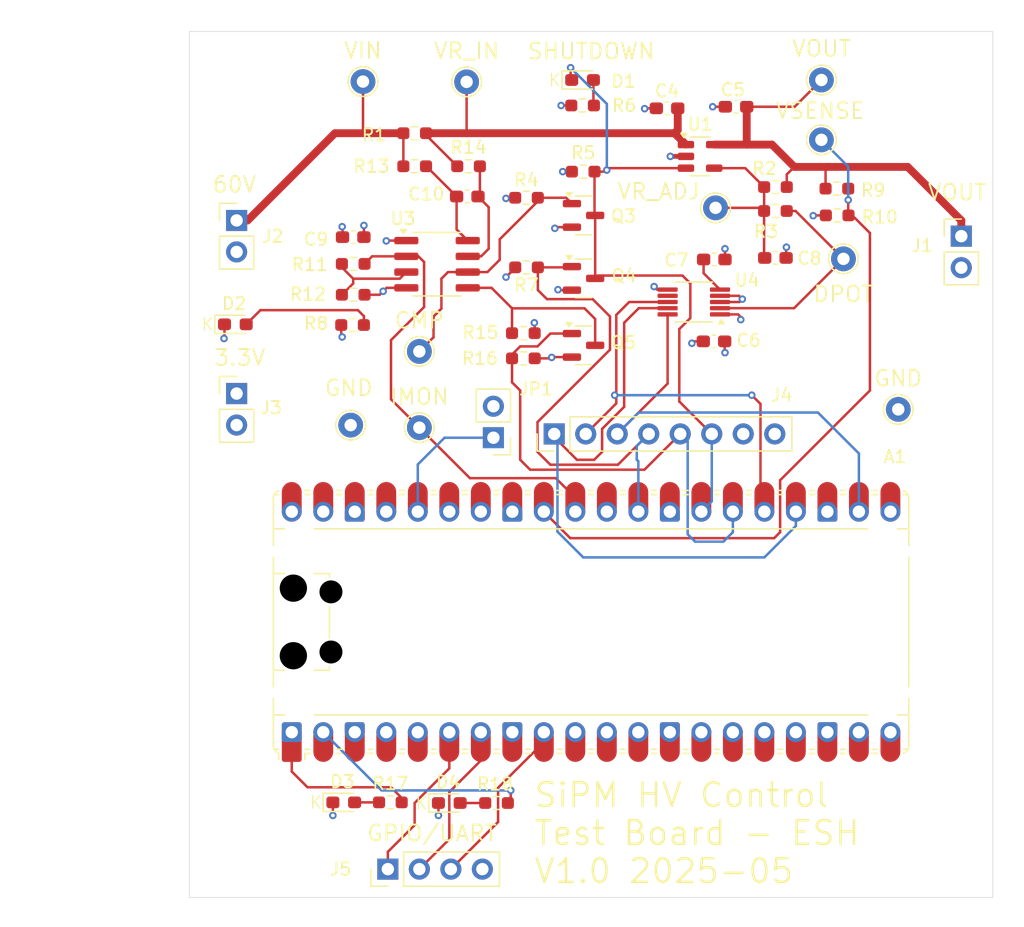
<source format=kicad_pcb>
(kicad_pcb (version 20241229) (generator "pcbnew") (generator_version "9.0")
  (layers (0 "F.Cu" signal) (4 "In1.Cu" signal) (6 "In2.Cu" signal) (2 "B.Cu" signal) (13 "F.Paste" user) (15 "B.Paste" user) (5 "F.SilkS" user "F.Silkscreen") (7 "B.SilkS" user "B.Silkscreen") (1 "F.Mask" user) (3 "B.Mask" user) (25 "Edge.Cuts" user))
  (net 0 "")
  (net 1 "/IMON")
  (net 2 "/SHDN")
  (net 4 "/RESET")
  (net 6 "/SDA")
  (net 8 "/LED2")
  (net 9 "/VSENSE")
  (net 10 "/GP0{slash}TX")
  (net 11 "Net-(U1-VIN)")
  (net 12 "/GP2")
  (net 13 "Net-(U3-V_{IN+})")
  (net 16 "Net-(U3-V_{IN-})")
  (net 19 "/LED1")
  (net 24 "Net-(D2-A)")
  (net 25 "/GP1{slash}RX")
  (net 30 "Net-(Q3-G)")
  (net 35 "GND")
  (net 36 "Net-(J2-Pin_1)")
  (net 37 "Net-(Q5-D)")
  (net 38 "+3.3V")
  (net 39 "Net-(U4-EXT_CAP)")
  (net 40 "Net-(U1-ADJ)")
  (net 41 "Net-(D1-A)")
  (net 42 "Net-(J1-Pin_1)")
  (net 43 "/SCLK")
  (net 44 "/SHUTDOWN")
  (net 45 "/~{SYNC}")
  (net 46 "Net-(U4-A)")
  (net 47 "Net-(U3-CMP_{IN})")
  (net 49 "Net-(D3-A)")
  (net 50 "Net-(D4-A)")
  (net 51 "Net-(A1-3V3)")
  (footprint "Package_TO_SOT_SMD:SOT-23" (layer "F.Cu") (at 114.3277 68.4936)
    (property "Reference" "Q5")
    (property "Value" "BSS138")
  )
  (footprint "my_tp:tp_SMT_label2" (layer "F.Cu") (at 101.092 75.1332)
    (property "Reference" "TP7" (hide yes))
    (property "Value" "IMON")
  )
  (footprint "Capacitor_SMD:C_0603_1608Metric_Pad1.08x0.95mm_HandSolder" (layer "F.Cu") (at 129.7952 61.4426)
    (property "Reference" "C8")
    (property "Value" "N/A")
  )
  (footprint "Resistor_SMD:R_0603_1608Metric_Pad0.98x0.95mm_HandSolder" (layer "F.Cu") (at 105.0586 54.0512 180)
    (property "Reference" "R14")
    (property "Value" "0R")
  )
  (footprint "Resistor_SMD:R_0603_1608Metric_Pad0.98x0.95mm_HandSolder" (layer "F.Cu") (at 134.7512 55.8546)
    (property "Reference" "R9")
    (property "Value" "200k 1%")
  )
  (footprint "Capacitor_SMD:C_0603_1608Metric_Pad1.08x0.95mm_HandSolder" (layer "F.Cu") (at 121.0587 49.3776 180)
    (property "Reference" "C4")
    (property "Value" "1uF")
  )
  (footprint "my_smt_led:my_SMT_0603" (layer "F.Cu") (at 114.2492 47.0916)
    (property "Reference" "D1")
    (property "Value" "LED")
  )
  (footprint "Connector_PinHeader_2.54mm:PinHeader_1x02_P2.54mm_Vertical" (layer "F.Cu") (at 86.36 72.385)
    (property "Reference" "J3")
    (property "Value" "Conn_01x02")
  )
  (footprint "Resistor_SMD:R_0603_1608Metric_Pad0.98x0.95mm_HandSolder" (layer "F.Cu") (at 129.794 57.658)
    (property "Reference" "R3")
    (property "Value" "50.0k 1%")
  )
  (footprint "Connector_PinHeader_2.54mm:PinHeader_1x02_P2.54mm_Vertical" (layer "F.Cu") (at 86.36 58.42)
    (property "Reference" "J2")
    (property "Value" "Conn_01x02")
  )
  (footprint "Capacitor_SMD:C_0603_1608Metric_Pad1.08x0.95mm_HandSolder" (layer "F.Cu") (at 126.6202 49.2506 180)
    (property "Reference" "C5")
    (property "Value" "1.0uF")
  )
  (footprint "Resistor_SMD:R_0603_1608Metric_Pad0.98x0.95mm_HandSolder" (layer "F.Cu") (at 134.7747 58.0136 180)
    (property "Reference" "R10")
    (property "Value" "10.0k 1%")
  )
  (footprint "Resistor_SMD:R_0603_1608Metric_Pad0.98x0.95mm_HandSolder" (layer "F.Cu") (at 109.728 56.5912)
    (property "Reference" "R4")
    (property "Value" "4.7k")
  )
  (footprint "Capacitor_SMD:C_0603_1608Metric_Pad1.08x0.95mm_HandSolder" (layer "F.Cu") (at 104.957 56.4896)
    (property "Reference" "C10")
    (property "Value" "~")
  )
  (footprint "Resistor_SMD:R_0603_1608Metric_Pad0.98x0.95mm_HandSolder" (layer "F.Cu") (at 100.7152 54.0512 180)
    (property "Reference" "R13")
    (property "Value" "0R")
  )
  (footprint "Resistor_SMD:R_0603_1608Metric_Pad0.98x0.95mm_HandSolder" (layer "F.Cu") (at 109.4759 69.5452)
    (property "Reference" "R16")
    (property "Value" "100k")
  )
  (footprint "my_smt_led:my_SMT_0603" (layer "F.Cu") (at 94.996 105.3592)
    (property "Reference" "D3")
    (property "Value" "LED")
  )
  (footprint "my_tp:tp_SMT_label2" (layer "F.Cu") (at 133.5047 47.0916)
    (property "Reference" "TP4" (hide yes))
    (property "Value" "OUTPUT")
  )
  (footprint "my_smt_led:my_SMT_0603" (layer "F.Cu") (at 86.2584 66.802)
    (property "Reference" "D2")
    (property "Value" "LED")
  )
  (footprint "Resistor_SMD:R_0603_1608Metric_Pad0.98x0.95mm_HandSolder" (layer "F.Cu") (at 109.474 67.5132 180)
    (property "Reference" "R15")
    (property "Value" "10k")
  )
  (footprint "Package_SO:SOIC-8_3.9x4.9mm_P1.27mm" (layer "F.Cu") (at 102.5167 61.9506)
    (property "Reference" "U3")
    (property "Value" "INA201")
  )
  (footprint "Resistor_SMD:R_0603_1608Metric_Pad0.98x0.95mm_HandSolder" (layer "F.Cu") (at 109.7322 62.2046 180)
    (property "Reference" "R7")
    (property "Value" "100k")
  )
  (footprint "Connector_PinHeader_2.54mm:PinHeader_1x04_P2.54mm_Vertical" (layer "F.Cu") (at 98.552 110.744 90)
    (property "Reference" "J5")
    (property "Value" "Conn_01x04")
  )
  (footprint "Resistor_SMD:R_0603_1608Metric_Pad0.98x0.95mm_HandSolder" (layer "F.Cu") (at 98.7552 105.3592 180)
    (property "Reference" "R17")
    (property "Value" "1.5k")
  )
  (footprint "Resistor_SMD:R_0603_1608Metric_Pad0.98x0.95mm_HandSolder" (layer "F.Cu") (at 107.315 105.41 180)
    (property "Reference" "R18")
    (property "Value" "1.5k")
  )
  (footprint "MountingHole:MountingHole_4.3mm_M4" (layer "F.Cu") (at 87.63 107.95)
    (property "Reference" "H3" (hide yes))
    (property "Value" "MountingHole")
  )
  (footprint "Package_TO_SOT_SMD:SOT-23-5" (layer "F.Cu") (at 123.7202 53.2536)
    (property "Reference" "U1")
    (property "Value" "LT3014xS5")
  )
  (footprint "my_tp:tp_SMT_label2" (layer "F.Cu") (at 139.7 73.66)
    (property "Reference" "TP10" (hide yes))
    (property "Value" "GND")
  )
  (footprint "Resistor_SMD:R_0603_1608Metric_Pad0.98x0.95mm_HandSolder" (layer "F.Cu") (at 95.7072 66.8528)
    (property "Reference" "R8")
    (property "Value" "1.5k")
  )
  (footprint "Resistor_SMD:R_0603_1608Metric_Pad0.98x0.95mm_HandSolder" (layer "F.Cu") (at 129.7982 55.7276 180)
    (property "Reference" "R2")
    (property "Value" "2.50M 1%")
  )
  (footprint "Connector_PinHeader_2.54mm:PinHeader_1x02_P2.54mm_Vertical" (layer "F.Cu") (at 107.061 75.946 180)
    (property "Reference" "JP1")
    (property "Value" "Jumper_2_Open")
  )
  (footprint "MountingHole:MountingHole_4.3mm_M4" (layer "F.Cu") (at 142.24 48.26)
    (property "Reference" "H2" (hide yes))
    (property "Value" "MountingHole")
  )
  (footprint "Resistor_SMD:R_0603_1608Metric_Pad0.98x0.95mm_HandSolder" (layer "F.Cu") (at 95.7599 64.4144)
    (property "Reference" "R12")
    (property "Value" "140k")
  )
  (footprint "Resistor_SMD:R_0603_1608Metric_Pad0.98x0.95mm_HandSolder" (layer "F.Cu") (at 100.7152 51.3842)
    (property "Reference" "R1")
    (property "Value" "3.00 1%")
  )
  (footprint "MountingHole:MountingHole_4.3mm_M4" (layer "F.Cu") (at 87.63 48.26)
    (property "Reference" "H1" (hide yes))
    (property "Value" "MountingHole")
  )
  (footprint "my_tp:tp_SMT_label2" (layer "F.Cu") (at 95.5548 74.93)
    (property "Reference" "TP9" (hide yes))
    (property "Value" "GND")
  )
  (footprint "Resistor_SMD:R_0603_1608Metric_Pad0.98x0.95mm_HandSolder" (layer "F.Cu") (at 114.2511 49.149)
    (property "Reference" "R6")
    (property "Value" "1.5k")
  )
  (footprint "Resistor_SMD:R_0603_1608Metric_Pad0.98x0.95mm_HandSolder" (layer "F.Cu") (at 95.7599 61.9252 180)
    (property "Reference" "R11")
    (property "Value" "210k")
  )
  (footprint "Capacitor_SMD:C_0603_1608Metric_Pad1.08x0.95mm_HandSolder" (layer "F.Cu") (at 124.8422 68.1736 180)
    (property "Reference" "C6")
    (property "Value" "10nF")
  )
  (footprint "my_smt_led:my_SMT_0603" (layer "F.Cu") (at 103.505 105.41)
    (property "Reference" "D4")
    (property "Value" "LED")
  )
  (footprint "Capacitor_SMD:C_0603_1608Metric_Pad1.08x0.95mm_HandSolder" (layer "F.Cu") (at 124.8687 61.5696)
    (property "Reference" "C7")
    (property "Value" "1uF")
  )
  (footprint "my_tp:tp_SMT_label2" (layer "F.Cu") (at 135.2804 61.5188)
    (property "Reference" "TP1" (hide yes))
    (property "Value" "DPOT")
  )
  (footprint "my_tp:tp_SMT_label2" (layer "F.Cu") (at 104.902 47.244)
    (property "Reference" "TP3" (hide yes))
    (property "Value" "VR_IN")
  )
  (footprint "Capacitor_SMD:C_0603_1608Metric_Pad1.08x0.95mm_HandSolder" (layer "F.Cu") (at 95.7603 59.7662 180)
    (property "Reference" "C9")
    (property "Value" "10nF")
  )
  (footprint "Module:RaspberryPi_Pico_Common_Unspecified" (layer "F.Cu") (at 114.935 90.805 90)
    (property "Reference" "A1")
    (property "Value" "RaspberryPi_Pico")
  )
  (footprint "MountingHole:MountingHole_4.3mm_M4" (layer "F.Cu") (at 142.24 107.95)
    (property "Reference" "H4" (hide yes))
    (property "Value" "MountingHole")
  )
  (footprint "my_tp:tp_SMT_label2" (layer "F.Cu") (at 101.092 68.9864)
    (property "Reference" "TP8" (hide yes))
    (property "Value" "CMP")
  )
  (footprint "Package_SO:MSOP-10_3x3mm_P0.5mm" (layer "F.Cu") (at 123.2177 64.9986 180)
    (property "Reference" "U4")
    (property "Value" "AD5270")
  )
  (footprint "my_tp:tp_SMT_label2" (layer "F.Cu") (at 96.5477 47.2186)
    (property "Reference" "TP5" (hide yes))
    (property "Value" "VIN60")
  )
  (footprint "Connector_PinHeader_2.54mm:PinHeader_1x08_P2.54mm_Vertical" (layer "F.Cu") (at 111.9632 75.6412 90)
    (property "Reference" "J4")
    (property "Value" "Conn_01x08")
  )
  (footprint "my_tp:tp_SMT_label2" (layer "F.Cu") (at 124.968 57.404)
    (property "Reference" "TP2" (hide yes))
    (property "Value" "VR_ADJ")
  )
  (footprint "Package_TO_SOT_SMD:SOT-23" (layer "F.Cu") (at 114.3277 58.0136)
    (property "Reference" "Q3")
    (property "Value" "BSS138")
  )
  (footprint "Connector_PinHeader_2.54mm:PinHeader_1x02_P2.54mm_Vertical" (layer "F.Cu") (at 144.78 59.69)
    (property "Reference" "J1")
    (property "Value" "Conn_01x02")
  )
  (footprint "Package_TO_SOT_SMD:SOT-23" (layer "F.Cu") (at 114.3277 63.0936)
    (property "Reference" "Q4")
    (property "Value" "BSS138")
  )
  (footprint "Resistor_SMD:R_0603_1608Metric_Pad0.98x0.95mm_HandSolder" (layer "F.Cu") (at 114.3 54.483)
    (property "Reference" "R5")
    (property "Value" "10k")
  )
  (footprint "my_tp:tp_SMT_label2" (layer "F.Cu") (at 133.5024 51.9176)
    (property "Reference" "TP6" (hide yes))
    (property "Value" "VSENSE")
  )
  (gr_line (start 82.55 43.18) (end 147.32 43.18) (stroke (width 0.05)) (layer "Edge.Cuts"))
  (gr_line (start 82.55 113.03) (end 82.55 43.18) (stroke (width 0.05)) (layer "Edge.Cuts"))
  (gr_line (start 147.32 113.03) (end 82.55 113.03) (stroke (width 0.05)) (layer "Edge.Cuts"))
  (gr_line (start 147.32 43.18) (end 147.32 113.03) (stroke (width 0.05)) (layer "Edge.Cuts"))
  (gr_text "GPIO/UART" (at 96.774 108.585 0) (layer "F.SilkS") (effects (font (size 1.27 1.27) (thickness 0.1524)) (justify left bottom)))
  (gr_text "SiPM HV Control\nTest Board - ESH\nV1.0 2025-05" (at 110.236 112.014 0) (layer "F.SilkS") (effects (font (size 1.905 1.905) (thickness 0.2032)) (justify left bottom)))
  (gr_text "3.3V" (at 84.455 70.231 0) (layer "F.SilkS") (effects (font (size 1.27 1.27) (thickness 0.1524)) (justify left bottom)))
  (gr_text "SHUTDOWN" (at 109.728 45.5168 0) (layer "F.SilkS") (effects (font (size 1.27 1.27) (thickness 0.1524)) (justify left bottom)))
  (gr_text "VOUT" (at 141.986 56.896 0) (layer "F.SilkS") (effects (font (size 1.27 1.27) (thickness 0.1524)) (justify left bottom)))
  (gr_text "60V" (at 84.328 56.266 0) (layer "F.SilkS") (effects (font (size 1.27 1.27) (thickness 0.1524)) (justify left bottom)))
  (segment (start 105.1678 79.209) (end 112.09037 79.209) (width 0.2) (layer "F.Cu") (net 1))
  (segment (start 101.473 61.771901) (end 101.473 65.405) (width 0.2) (layer "F.Cu") (net 1))
  (segment (start 100.0417 61.3156) (end 97.282 61.3156) (width 0.2) (layer "F.Cu") (net 1))
  (segment (start 101.092 75.1332) (end 105.1678 79.209) (width 0.2) (layer "F.Cu") (net 1))
  (segment (start 101.016699 61.3156) (end 101.473 61.771901) (width 0.2) (layer "F.Cu") (net 1))
  (segment (start 113.665 80.78363) (end 113.665 81.915) (width 0.2) (layer "F.Cu") (net 1))
  (segment (start 101.473 65.405) (end 98.806 68.072) (width 0.2) (layer "F.Cu") (net 1))
  (segment (start 100.0417 61.3156) (end 101.016699 61.3156) (width 0.2) (layer "F.Cu") (net 1))
  (segment (start 112.09037 79.209) (end 113.665 80.78363) (width 0.2) (layer "F.Cu") (net 1))
  (segment (start 98.806 72.8472) (end 101.092 75.1332) (width 0.2) (layer "F.Cu") (net 1))
  (segment (start 97.282 61.3156) (end 96.6724 61.9252) (width 0.2) (layer "F.Cu") (net 1))
  (segment (start 98.806 68.072) (end 98.806 72.8472) (width 0.2) (layer "F.Cu") (net 1))
  (segment (start 115.4938 62.865) (end 115.2652 63.0936) (width 0.2) (layer "F.Cu") (net 2))
  (segment (start 113.284 47.0014) (end 113.3742 47.0916) (width 0.2) (layer "F.Cu") (net 2))
  (segment (start 124.6632 75.6412) (end 122.047 73.025) (width 0.2) (layer "F.Cu") (net 2))
  (segment (start 122.936 66.294) (end 122.936 63.5) (width 0.2) (layer "F.Cu") (net 2))
  (segment (start 122.936 63.5) (end 122.301 62.865) (width 0.2) (layer "F.Cu") (net 2))
  (segment (start 122.301 62.865) (end 115.4938 62.865) (width 0.2) (layer "F.Cu") (net 2))
  (segment (start 115.2125 54.483) (end 116.078 54.483) (width 0.2) (layer "F.Cu") (net 2))
  (segment (start 116.078 54.483) (end 116.205 54.356) (width 0.2) (layer "F.Cu") (net 2))
  (segment (start 122.047 73.025) (end 122.047 67.183) (width 0.2) (layer "F.Cu") (net 2))
  (segment (start 115.2125 57.9609) (end 115.2652 58.0136) (width 0.2) (layer "F.Cu") (net 2))
  (segment (start 122.5827 54.2036) (end 116.3574 54.2036) (width 0.2) (layer "F.Cu") (net 2))
  (segment (start 116.3574 54.2036) (end 116.205 54.356) (width 0.2) (layer "F.Cu") (net 2))
  (segment (start 115.2652 58.0136) (end 115.2652 63.0936) (width 0.2) (layer "F.Cu") (net 2))
  (segment (start 115.2125 54.483) (end 115.2125 57.9609) (width 0.2) (layer "F.Cu") (net 2))
  (segment (start 113.284 46.101) (end 113.284 47.0014) (width 0.2) (layer "F.Cu") (net 2))
  (segment (start 122.047 67.183) (end 122.936 66.294) (width 0.2) (layer "F.Cu") (net 2))
  (via (at 113.284 46.101) (size 0.6) (drill 0.3) (layers "F.Cu" "B.Cu") (net 2))
  (via (at 116.205 54.356) (size 0.6) (drill 0.3) (layers "F.Cu" "B.Cu") (net 2))
  (segment (start 116.205 49.022) (end 113.284 46.101) (width 0.2) (layer "B.Cu") (net 2))
  (segment (start 124.6632 75.6412) (end 124.6632 81.0768) (width 0.2) (layer "B.Cu") (net 2))
  (segment (start 124.6632 81.0768) (end 123.825 81.915) (width 0.2) (layer "B.Cu") (net 2))
  (segment (start 116.205 54.356) (end 116.205 49.022) (width 0.2) (layer "B.Cu") (net 2))
  (segment (start 109.22 77.724) (end 109.22 72.136) (width 0.2) (layer "F.Cu") (net 4))
  (segment (start 108.5634 69.5452) (end 108.5634 69.2366) (width 0.2) (layer "F.Cu") (net 4))
  (segment (start 108.5634 69.2366) (end 109.22 68.58) (width 0.2) (layer "F.Cu") (net 4))
  (segment (start 119.2384 78.526) (end 110.022 78.526) (width 0.2) (layer "F.Cu") (net 4))
  (segment (start 109.22 72.136) (end 108.5634 71.4794) (width 0.2) (layer "F.Cu") (net 4))
  (segment (start 111.6534 67.5436) (end 113.3902 67.5436) (width 0.2) (layer "F.Cu") (net 4))
  (segment (start 110.617 68.58) (end 111.6534 67.5436) (width 0.2) (layer "F.Cu") (net 4))
  (segment (start 122.1232 75.6412) (end 119.2384 78.526) (width 0.2) (layer "F.Cu") (net 4))
  (segment (start 108.5634 71.4794) (end 108.5634 69.5452) (width 0.2) (layer "F.Cu") (net 4))
  (segment (start 109.22 68.58) (end 110.617 68.58) (width 0.2) (layer "F.Cu") (net 4))
  (segment (start 110.022 78.526) (end 109.22 77.724) (width 0.2) (layer "F.Cu") (net 4))
  (segment (start 126.365 83.566) (end 126.365 81.915) (width 0.2) (layer "B.Cu") (net 4))
  (segment (start 125.603 84.328) (end 126.365 83.566) (width 0.2) (layer "B.Cu") (net 4))
  (segment (start 122.724 76.242) (end 122.724 83.735) (width 0.2) (layer "B.Cu") (net 4))
  (segment (start 122.724 83.735) (end 123.317 84.328) (width 0.2) (layer "B.Cu") (net 4))
  (segment (start 122.1232 75.6412) (end 122.724 76.242) (width 0.2) (layer "B.Cu") (net 4))
  (segment (start 123.317 84.328) (end 125.603 84.328) (width 0.2) (layer "B.Cu") (net 4))
  (segment (start 116.967 66.04) (end 116.967 73.1774) (width 0.2) (layer "F.Cu") (net 6))
  (segment (start 118.0084 64.9986) (end 116.967 66.04) (width 0.2) (layer "F.Cu") (net 6))
  (segment (start 128.5922 81.6022) (end 128.5922 73.2202) (width 0.2) (layer "F.Cu") (net 6))
  (segment (start 121.1052 64.9986) (end 118.0084 64.9986) (width 0.2) (layer "F.Cu") (net 6))
  (segment (start 128.905 81.915) (end 128.5922 81.6022) (width 0.2) (layer "F.Cu") (net 6))
  (segment (start 128.5922 73.2202) (end 127.889 72.517) (width 0.2) (layer "F.Cu") (net 6))
  (segment (start 116.967 73.1774) (end 114.5032 75.6412) (width 0.2) (layer "F.Cu") (net 6))
  (via (at 116.84 72.517) (size 0.6) (drill 0.3) (layers "F.Cu" "B.Cu") (net 6))
  (via (at 127.889 72.517) (size 0.6) (drill 0.3) (layers "F.Cu" "B.Cu") (net 6))
  (segment (start 127.889 72.517) (end 116.84 72.517) (width 0.2) (layer "B.Cu") (net 6))
  (segment (start 108.458 105.1795) (end 108.2275 105.41) (width 0.2) (layer "F.Cu") (net 8))
  (segment (start 108.458 104.394) (end 108.458 105.1795) (width 0.2) (layer "F.Cu") (net 8))
  (via (at 108.458 104.394) (size 0.6) (drill 0.3) (layers "F.Cu" "B.Cu") (net 8))
  (segment (start 93.345 99.695) (end 98.044 104.394) (width 0.2) (layer "B.Cu") (net 8))
  (segment (start 98.044 104.394) (end 108.458 104.394) (width 0.2) (layer "B.Cu") (net 8))
  (segment (start 130.175 83.566) (end 130.175 79.375) (width 0.2) (layer "F.Cu") (net 9))
  (segment (start 135.6637 57.9901) (end 135.6872 58.0136) (width 0.2) (layer "F.Cu") (net 9))
  (segment (start 130.175 79.375) (end 137.414 72.136) (width 0.2) (layer "F.Cu") (net 9))
  (segment (start 135.6637 56.769) (end 135.6637 57.9901) (width 0.2) (layer "F.Cu") (net 9))
  (segment (start 137.414 72.136) (end 137.414 59.436) (width 0.2) (layer "F.Cu") (net 9))
  (segment (start 135.9916 58.0136) (end 135.6872 58.0136) (width 0.2) (layer "F.Cu") (net 9))
  (segment (start 113.258109 84.048109) (end 129.692891 84.048109) (width 0.2) (layer "F.Cu") (net 9))
  (segment (start 135.6637 55.8546) (end 135.6637 56.769) (width 0.2) (layer "F.Cu") (net 9))
  (segment (start 137.414 59.436) (end 135.9916 58.0136) (width 0.2) (layer "F.Cu") (net 9))
  (segment (start 129.692891 84.048109) (end 130.175 83.566) (width 0.2) (layer "F.Cu") (net 9))
  (segment (start 111.125 81.915) (end 113.258109 84.048109) (width 0.2) (layer "F.Cu") (net 9))
  (via (at 135.6637 56.769) (size 0.6) (drill 0.3) (layers "F.Cu" "B.Cu") (net 9))
  (segment (start 135.6637 56.769) (end 135.6637 54.0789) (width 0.2) (layer "B.Cu") (net 9))
  (segment (start 135.6637 54.0789) (end 133.5024 51.9176) (width 0.2) (layer "B.Cu") (net 9))
  (segment (start 103.505 102.616) (end 100.711 105.41) (width 0.2) (layer "F.Cu") (net 10))
  (segment (start 100.711 107.188) (end 98.552 109.347) (width 0.2) (layer "F.Cu") (net 10))
  (segment (start 103.505 99.695) (end 103.505 102.616) (width 0.2) (layer "F.Cu") (net 10))
  (segment (start 98.552 109.347) (end 98.552 110.744) (width 0.2) (layer "F.Cu") (net 10))
  (segment (start 100.711 105.41) (end 100.711 107.188) (width 0.2) (layer "F.Cu") (net 10))
  (segment (start 121.9212 49.3776) (end 121.9212 51.1263) (width 0.635) (layer "F.Cu") (net 11))
  (segment (start 121.9212 51.1263) (end 121.6633 51.3842) (width 0.635) (layer "F.Cu") (net 11))
  (segment (start 104.902 51.3842) (end 121.6633 51.3842) (width 0.635) (layer "F.Cu") (net 11))
  (segment (start 121.6633 51.3842) (end 122.5827 52.3036) (width 0.635) (layer "F.Cu") (net 11))
  (segment (start 104.1461 54.0512) (end 101.6277 51.5328) (width 0.2) (layer "F.Cu") (net 11))
  (segment (start 101.6277 51.3842) (end 104.902 51.3842) (width 0.635) (layer "F.Cu") (net 11))
  (segment (start 104.902 47.244) (end 104.902 51.3842) (width 0.2) (layer "F.Cu") (net 11))
  (segment (start 101.6277 51.5328) (end 101.6277 51.3842) (width 0.2) (layer "F.Cu") (net 11))
  (segment (start 107.439 104.181) (end 107.439 106.937) (width 0.2) (layer "F.Cu") (net 12))
  (segment (start 111.125 100.495) (end 107.439 104.181) (width 0.2) (layer "F.Cu") (net 12))
  (segment (start 107.439 106.937) (end 103.632 110.744) (width 0.2) (layer "F.Cu") (net 12))
  (segment (start 101.6277 54.0512) (end 101.6561 54.0512) (width 0.2) (layer "F.Cu") (net 13))
  (segment (start 101.6561 54.0512) (end 104.0945 56.4896) (width 0.2) (layer "F.Cu") (net 13))
  (segment (start 104.9917 60.0456) (end 104.0945 59.1484) (width 0.2) (layer "F.Cu") (net 13))
  (segment (start 104.0945 59.1484) (end 104.0945 56.4896) (width 0.2) (layer "F.Cu") (net 13))
  (segment (start 105.9711 56.338) (end 105.8195 56.4896) (width 0.2) (layer "F.Cu") (net 16))
  (segment (start 106.68 60.706) (end 106.68 57.3501) (width 0.2) (layer "F.Cu") (net 16))
  (segment (start 105.9711 54.0512) (end 105.9711 56.338) (width 0.2) (layer "F.Cu") (net 16))
  (segment (start 106.0704 61.3156) (end 106.68 60.706) (width 0.2) (layer "F.Cu") (net 16))
  (segment (start 106.68 57.3501) (end 105.8195 56.4896) (width 0.2) (layer "F.Cu") (net 16))
  (segment (start 104.9917 61.3156) (end 106.0704 61.3156) (width 0.2) (layer "F.Cu") (net 16))
  (segment (start 99.6677 105.0017) (end 99.6677 105.3592) (width 0.2) (layer "F.Cu") (net 19))
  (segment (start 92.075 104.14) (end 98.806 104.14) (width 0.2) (layer "F.Cu") (net 19))
  (segment (start 90.805 102.87) (end 92.075 104.14) (width 0.2) (layer "F.Cu") (net 19))
  (segment (start 90.805 100.495) (end 90.805 102.87) (width 0.2) (layer "F.Cu") (net 19))
  (segment (start 98.806 104.14) (end 99.6677 105.0017) (width 0.2) (layer "F.Cu") (net 19))
  (segment (start 87.1334 66.802) (end 88.2764 65.659) (width 0.2) (layer "F.Cu") (net 24))
  (segment (start 96.139 65.659) (end 96.6197 66.1397) (width 0.2) (layer "F.Cu") (net 24))
  (segment (start 88.2764 65.659) (end 96.139 65.659) (width 0.2) (layer "F.Cu") (net 24))
  (segment (start 96.6197 66.1397) (end 96.6197 66.8528) (width 0.2) (layer "F.Cu") (net 24))
  (segment (start 106.045 99.695) (end 106.045 101.987) (width 0.2) (layer "F.Cu") (net 25))
  (segment (start 103.505 108.331) (end 101.092 110.744) (width 0.2) (layer "F.Cu") (net 25))
  (segment (start 103.505 104.527) (end 103.505 108.331) (width 0.2) (layer "F.Cu") (net 25))
  (segment (start 106.045 101.987) (end 103.505 104.527) (width 0.2) (layer "F.Cu") (net 25))
  (segment (start 106.5784 62.5856) (end 107.569 61.595) (width 0.2) (layer "F.Cu") (net 30))
  (segment (start 107.569 61.595) (end 107.569 59.944) (width 0.2) (layer "F.Cu") (net 30))
  (segment (start 102.235 66.167) (end 102.235 67.8434) (width 0.2) (layer "F.Cu") (net 30))
  (segment (start 107.569 59.944) (end 110.6405 56.8725) (width 0.2) (layer "F.Cu") (net 30))
  (segment (start 112.9178 56.5912) (end 113.3902 57.0636) (width 0.2) (layer "F.Cu") (net 30))
  (segment (start 102.87 63.119) (end 102.87 65.532) (width 0.2) (layer "F.Cu") (net 30))
  (segment (start 102.235 67.8434) (end 101.092 68.9864) (width 0.2) (layer "F.Cu") (net 30))
  (segment (start 104.9917 62.5856) (end 106.5784 62.5856) (width 0.2) (layer "F.Cu") (net 30))
  (segment (start 104.9917 62.5856) (end 103.4034 62.5856) (width 0.2) (layer "F.Cu") (net 30))
  (segment (start 110.6405 56.5912) (end 112.9178 56.5912) (width 0.2) (layer "F.Cu") (net 30))
  (segment (start 103.4034 62.5856) (end 102.87 63.119) (width 0.2) (layer "F.Cu") (net 30))
  (segment (start 110.6405 56.8725) (end 110.6405 56.5912) (width 0.2) (layer "F.Cu") (net 30))
  (segment (start 102.87 65.532) (end 102.235 66.167) (width 0.2) (layer "F.Cu") (net 30))
  (segment (start 108.8197 62.2493) (end 108.077 62.992) (width 0.2) (layer "F.Cu") (net 35))
  (segment (start 125.3302 64.4986) (end 126.8556 64.4986) (width 0.2) (layer "F.Cu") (net 35))
  (segment (start 120.1962 49.3776) (end 119.2784 49.3776) (width 0.2) (layer "F.Cu") (net 35))
  (segment (start 132.8674 58.0136) (end 132.842 58.039) (width 0.2) (layer "F.Cu") (net 35))
  (segment (start 94.8978 58.9568) (end 94.869 58.928) (width 0.2) (layer "F.Cu") (net 35))
  (segment (start 113.3902 69.4436) (end 111.7854 69.4436) (width 0.2) (layer "F.Cu") (net 35))
  (segment (start 85.3834 66.802) (end 85.3834 67.9056) (width 0.2) (layer "F.Cu") (net 35))
  (segment (start 113.3902 64.0436) (end 112.3036 64.0436) (width 0.2) (layer "F.Cu") (net 35))
  (segment (start 130.6577 60.6043) (end 130.683 60.579) (width 0.2) (layer "F.Cu") (net 35))
  (segment (start 94.107 106.426) (end 94.121 106.412) (width 0.2) (layer "F.Cu") (net 35))
  (segment (start 98.4504 63.8556) (end 98.171 64.135) (width 0.2) (layer "F.Cu") (net 35))
  (segment (start 121.285 53.213) (end 121.3256 53.2536) (width 0.381) (layer "F.Cu") (net 35))
  (segment (start 120.2596 63.9986) (end 120.015 63.754) (width 0.2) (layer "F.Cu") (net 35))
  (segment (start 97.8916 64.4144) (end 98.171 64.135) (width 0.2) (layer "F.Cu") (net 35))
  (segment (start 102.63 105.41) (end 102.63 106.412) (width 0.2) (layer "F.Cu") (net 35))
  (segment (start 100.0417 63.8556) (end 98.4504 63.8556) (width 0.2) (layer "F.Cu") (net 35))
  (segment (start 124.714 49.276) (end 124.7394 49.2506) (width 0.2) (layer "F.Cu") (net 35))
  (segment (start 112.1054 58.9636) (end 112.014 59.055) (width 0.2) (layer "F.Cu") (net 35))
  (segment (start 113.3902 58.9636) (end 112.1054 58.9636) (width 0.2) (layer "F.Cu") (net 35))
  (segment (start 125.7312 61.5696) (end 125.7312 60.7072) (width 0.2) (layer "F.Cu") (net 35))
  (segment (start 96.6724 64.4144) (end 97.8916 64.4144) (width 0.2) (layer "F.Cu") (net 35))
  (segment (start 123.2154 68.1736) (end 123.063 68.326) (width 0.2) (layer "F.Cu") (net 35))
  (segment (start 126.8556 64.4986) (end 127.127 64.77) (width 0.2) (layer "F.Cu") (net 35))
  (segment (start 85.3834 67.9056) (end 85.344 67.945) (width 0.2) (layer "F.Cu") (net 35))
  (segment (start 125.7577 49.2506) (end 124.7394 49.2506) (width 0.2) (layer "F.Cu") (net 35))
  (segment (start 111.7854 69.4436) (end 111.76 69.469) (width 0.2) (layer "F.Cu") (net 35))
  (segment (start 123.9797 68.1736) (end 123.2154 68.1736) (width 0.2) (layer "F.Cu") (net 35))
  (segment (start 102.616 106.426) (end 102.63 106.412) (width 0.2) (layer "F.Cu") (net 35))
  (segment (start 112.3036 64.0436) (end 112.268 64.008) (width 0.2) (layer "F.Cu") (net 35))
  (segment (start 125.7312 60.7072) (end 125.73 60.706) (width 0.2) (layer "F.Cu") (net 35))
  (segment (start 119.2784 49.3776) (end 119.253 49.403) (width 0.2) (layer "F.Cu") (net 35))
  (segment (start 110.3884 69.5452) (end 111.6838 69.5452) (width 0.2) (layer "F.Cu") (net 35))
  (segment (start 122.5827 53.2536) (end 121.3256 53.2536) (width 0.381) (layer "F.Cu") (net 35))
  (segment (start 111.6838 69.5452) (end 111.76 69.469) (width 0.2) (layer "F.Cu") (net 35))
  (segment (start 94.8978 59.7662) (end 94.8978 58.9568) (width 0.2) (layer "F.Cu") (net 35))
  (segment (start 108.8197 62.2046) (end 108.8197 62.2493) (width 0.2) (layer "F.Cu") (net 35))
  (segment (start 94.121 105.3592) (end 94.121 106.412) (width 0.2) (layer "F.Cu") (net 35))
  (segment (start 133.8622 58.0136) (end 132.8674 58.0136) (width 0.2) (layer "F.Cu") (net 35))
  (segment (start 121.1052 63.9986) (end 120.2596 63.9986) (width 0.2) (layer "F.Cu") (net 35))
  (segment (start 126.8984 64.9986) (end 127.127 64.77) (width 0.2) (layer "F.Cu") (net 35))
  (segment (start 130.6577 61.4426) (end 130.6577 60.6043) (width 0.2) (layer "F.Cu") (net 35))
  (segment (start 125.3302 64.9986) (end 126.8984 64.9986) (width 0.2) (layer "F.Cu") (net 35))
  (via (at 132.842 58.039) (size 0.6) (drill 0.3) (layers "F.Cu" "B.Cu") (net 35))
  (via (at 112.014 59.055) (size 0.6) (drill 0.3) (layers "F.Cu" "B.Cu") (net 35))
  (via (at 121.3256 53.2536) (size 0.6) (drill 0.3) (layers "F.Cu" "B.Cu") (net 35))
  (via (at 112.268 64.008) (size 0.6) (drill 0.3) (layers "F.Cu" "B.Cu") (net 35))
  (via (at 94.121 106.412) (size 0.6) (drill 0.3) (layers "F.Cu" "B.Cu") (net 35))
  (via (at 119.253 49.403) (size 0.6) (drill 0.3) (layers "F.Cu" "B.Cu") (net 35))
  (via (at 120.015 63.754) (size 0.6) (drill 0.3) (layers "F.Cu" "B.Cu") (net 35))
  (via (at 124.7394 49.2506) (size 0.6) (drill 0.3) (layers "F.Cu" "B.Cu") (net 35))
  (via (at 130.683 60.579) (size 0.6) (drill 0.3) (layers "F.Cu" "B.Cu") (net 35))
  (via (at 111.76 69.469) (size 0.6) (drill 0.3) (layers "F.Cu" "B.Cu") (net 35))
  (via (at 125.73 60.706) (size 0.6) (drill 0.3) (layers "F.Cu" "B.Cu") (net 35))
  (via (at 123.063 68.326) (size 0.6) (drill 0.3) (layers "F.Cu" "B.Cu") (net 35))
  (via (at 85.344 67.945) (size 0.6) (drill 0.3) (layers "F.Cu" "B.Cu") (net 35))
  (via (at 98.171 64.135) (size 0.6) (drill 0.3) (layers "F.Cu" "B.Cu") (net 35))
  (via (at 102.63 106.412) (size 0.6) (drill 0.3) (layers "F.Cu" "B.Cu") (net 35))
  (via (at 127.127 64.77) (size 0.6) (drill 0.3) (layers "F.Cu" "B.Cu") (net 35))
  (via (at 94.869 58.928) (size 0.6) (drill 0.3) (layers "F.Cu" "B.Cu") (net 35))
  (via (at 108.077 62.992) (size 0.6) (drill 0.3) (layers "F.Cu" "B.Cu") (net 35))
  (segment (start 99.8027 54.0512) (end 99.8027 51.3842) (width 0.2) (layer "F.Cu") (net 36))
  (segment (start 86.36 58.42) (end 87.249 58.42) (width 0.635) (layer "F.Cu") (net 36))
  (segment (start 96.5477 47.2186) (end 96.5477 51.2849) (width 0.2) (layer "F.Cu") (net 36))
  (segment (start 96.647 51.3842) (end 99.8027 51.3842) (width 0.635) (layer "F.Cu") (net 36))
  (segment (start 94.2848 51.3842) (end 96.647 51.3842) (width 0.635) (layer "F.Cu") (net 36))
  (segment (start 87.249 58.42) (end 94.2848 51.3842) (width 0.635) (layer "F.Cu") (net 36))
  (segment (start 96.5477 51.2849) (end 96.647 51.3842) (width 0.2) (layer "F.Cu") (net 36))
  (segment (start 104.9917 63.8556) (end 106.9086 63.8556) (width 0.2) (layer "F.Cu") (net 37))
  (segment (start 115.2652 68.4936) (end 115.2652 66.3702) (width 0.2) (layer "F.Cu") (net 37))
  (segment (start 106.9086 63.8556) (end 108.5615 65.5085) (width 0.2) (layer "F.Cu") (net 37))
  (segment (start 108.5615 65.5085) (end 108.5615 67.5132) (width 0.2) (layer "F.Cu") (net 37))
  (segment (start 114.4035 65.5085) (end 108.5615 65.5085) (width 0.2) (layer "F.Cu") (net 37))
  (segment (start 115.2652 66.3702) (end 114.4035 65.5085) (width 0.2) (layer "F.Cu") (net 37))
  (segment (start 113.3386 49.149) (end 112.522 49.149) (width 0.2) (layer "F.Cu") (net 38))
  (segment (start 127 66.421) (end 127 66.2112) (width 0.2) (layer "F.Cu") (net 38))
  (segment (start 110.3865 66.6985) (end 110.363 66.675) (width 0.2) (layer "F.Cu") (net 38))
  (segment (start 94.7947 67.7437) (end 94.869 67.818) (width 0.2) (layer "F.Cu") (net 38))
  (segment (start 126.7874 65.9986) (end 125.3302 65.9986) (width 0.2) (layer "F.Cu") (net 38))
  (segment (start 98.4504 60.0456) (end 98.425 60.071) (width 0.2) (layer "F.Cu") (net 38))
  (segment (start 96.647 58.801) (end 96.6228 58.8252) (width 0.2) (layer "F.Cu") (net 38))
  (segment (start 110.3865 67.5132) (end 110.3865 66.6985) (width 0.2) (layer "F.Cu") (net 38))
  (segment (start 108.1278 56.5912) (end 108.077 56.642) (width 0.2) (layer "F.Cu") (net 38))
  (segment (start 125.7047 68.1736) (end 125.7047 69.0627) (width 0.2) (layer "F.Cu") (net 38))
  (segment (start 100.0417 60.0456) (end 98.4504 60.0456) (width 0.2) (layer "F.Cu") (net 38))
  (segment (start 125.7047 69.0627) (end 125.73 69.088) (width 0.2) (layer "F.Cu") (net 38))
  (segment (start 94.7947 66.8528) (end 94.7947 67.7437) (width 0.2) (layer "F.Cu") (net 38))
  (segment (start 113.3875 54.483) (end 112.649 54.483) (width 0.2) (layer "F.Cu") (net 38))
  (segment (start 108.8155 56.5912) (end 108.1278 56.5912) (width 0.2) (layer "F.Cu") (net 38))
  (segment (start 127 66.2112) (end 126.7874 65.9986) (width 0.2) (layer "F.Cu") (net 38))
  (segment (start 96.6228 59.7662) (end 96.6228 58.8252) (width 0.2) (layer "F.Cu") (net 38))
  (via (at 94.869 67.818) (size 0.6) (drill 0.3) (layers "F.Cu" "B.Cu") (net 38))
  (via (at 96.6228 58.8252) (size 0.6) (drill 0.3) (layers "F.Cu" "B.Cu") (net 38))
  (via (at 98.425 60.071) (size 0.6) (drill 0.3) (layers "F.Cu" "B.Cu") (net 38))
  (via (at 125.73 69.088) (size 0.6) (drill 0.3) (layers "F.Cu" "B.Cu") (net 38))
  (via (at 127 66.421) (size 0.6) (drill 0.3) (layers "F.Cu" "B.Cu") (net 38))
  (via (at 108.077 56.642) (size 0.6) (drill 0.3) (layers "F.Cu" "B.Cu") (net 38))
  (via (at 110.363 66.675) (size 0.6) (drill 0.3) (layers "F.Cu" "B.Cu") (net 38))
  (via (at 112.649 54.483) (size 0.6) (drill 0.3) (layers "F.Cu" "B.Cu") (net 38))
  (via (at 112.522 49.149) (size 0.6) (drill 0.3) (layers "F.Cu" "B.Cu") (net 38))
  (segment (start 125.3302 63.9986) (end 124.0062 62.6746) (width 0.2) (layer "F.Cu") (net 39))
  (segment (start 124.0062 62.6746) (end 124.0062 61.5696) (width 0.2) (layer "F.Cu") (net 39))
  (segment (start 128.8857 55.7276) (end 128.8857 57.6538) (width 0.2) (layer "F.Cu") (net 40))
  (segment (start 127.3617 54.2036) (end 128.8857 55.7276) (width 0.2) (layer "F.Cu") (net 40))
  (segment (start 128.8815 57.658) (end 128.8815 61.3914) (width 0.2) (layer "F.Cu") (net 40))
  (segment (start 128.8857 57.6538) (end 128.8815 57.658) (width 0.2) (layer "F.Cu") (net 40))
  (segment (start 124.968 57.404) (end 128.6275 57.404) (width 0.2) (layer "F.Cu") (net 40))
  (segment (start 128.8815 61.3914) (end 128.9327 61.4426) (width 0.2) (layer "F.Cu") (net 40))
  (segment (start 128.6275 57.404) (end 128.8815 57.658) (width 0.2) (layer "F.Cu") (net 40))
  (segment (start 124.8577 54.2036) (end 127.3617 54.2036) (width 0.2) (layer "F.Cu") (net 40))
  (segment (start 115.1242 49.1096) (end 115.1636 49.149) (width 0.2) (layer "F.Cu") (net 41))
  (segment (start 115.1242 47.0916) (end 115.1242 49.1096) (width 0.2) (layer "F.Cu") (net 41))
  (segment (start 133.8387 54.2483) (end 133.985 54.102) (width 0.2) (layer "F.Cu") (net 42))
  (segment (start 144.78 58.42) (end 144.78 59.69) (width 0.635) (layer "F.Cu") (net 42))
  (segment (start 131.318 54.102) (end 133.985 54.102) (width 0.635) (layer "F.Cu") (net 42))
  (segment (start 130.7107 55.7276) (end 130.7107 54.7093) (width 0.2) (layer "F.Cu") (net 42))
  (segment (start 127.508 52.3036) (end 129.5196 52.3036) (width 0.635) (layer "F.Cu") (net 42))
  (segment (start 127.4827 49.2506) (end 127.4827 52.2783) (width 0.635) (layer "F.Cu") (net 42))
  (segment (start 133.5047 47.0916) (end 131.3457 49.2506) (width 0.2) (layer "F.Cu") (net 42))
  (segment (start 124.8577 52.3036) (end 127.508 52.3036) (width 0.635) (layer "F.Cu") (net 42))
  (segment (start 127.4827 52.2783) (end 127.508 52.3036) (width 0.635) (layer "F.Cu") (net 42))
  (segment (start 129.5196 52.3036) (end 131.318 54.102) (width 0.635) (layer "F.Cu") (net 42))
  (segment (start 133.8387 55.8546) (end 133.8387 54.2483) (width 0.2) (layer "F.Cu") (net 42))
  (segment (start 140.462 54.102) (end 144.78 58.42) (width 0.635) (layer "F.Cu") (net 42))
  (segment (start 131.3457 49.2506) (end 127.4827 49.2506) (width 0.2) (layer "F.Cu") (net 42))
  (segment (start 130.7107 54.7093) (end 131.318 54.102) (width 0.2) (layer "F.Cu") (net 42))
  (segment (start 133.985 54.102) (end 140.462 54.102) (width 0.635) (layer "F.Cu") (net 42))
  (segment (start 117.602 66.675) (end 117.602 73.45464) (width 0.2) (layer "F.Cu") (net 43))
  (segment (start 111.9632 75.8952) (end 111.9632 75.6412) (width 0.2) (layer "F.Cu") (net 43))
  (segment (start 115.824 77.089) (end 115.189 77.724) (width 0.2) (layer "F.Cu") (net 43))
  (segment (start 121.1052 65.4986) (end 118.7784 65.4986) (width 0.2) (layer "F.Cu") (net 43))
  (segment (start 113.792 77.724) (end 111.9632 75.8952) (width 0.2) (layer "F.Cu") (net 43))
  (segment (start 115.189 77.724) (end 113.792 77.724) (width 0.2) (layer "F.Cu") (net 43))
  (segment (start 118.7784 65.4986) (end 117.602 66.675) (width 0.2) (layer "F.Cu") (net 43))
  (segment (start 117.602 73.45464) (end 115.824 75.23264) (width 0.2) (layer "F.Cu") (net 43))
  (segment (start 115.824 75.23264) (end 115.824 77.089) (width 0.2) (layer "F.Cu") (net 43))
  (segment (start 128.905 85.598) (end 131.445 83.058) (width 0.2) (layer "B.Cu") (net 43))
  (segment (start 112.226 75.904) (end 112.226 83.524) (width 0.2) (layer "B.Cu") (net 43))
  (segment (start 112.226 83.524) (end 114.3 85.598) (width 0.2) (layer "B.Cu") (net 43))
  (segment (start 114.3 85.598) (end 128.905 85.598) (width 0.2) (layer "B.Cu") (net 43))
  (segment (start 111.9632 75.6412) (end 112.226 75.904) (width 0.2) (layer "B.Cu") (net 43))
  (segment (start 131.445 83.058) (end 131.445 81.915) (width 0.2) (layer "B.Cu") (net 43))
  (segment (start 113.3292 62.2046) (end 113.3902 62.1436) (width 0.2) (layer "F.Cu") (net 44))
  (segment (start 110.617 77.089) (end 110.617 74.6854) (width 0.2) (layer "F.Cu") (net 44))
  (segment (start 115.062 64.77) (end 111.379 64.77) (width 0.2) (layer "F.Cu") (net 44))
  (segment (start 111.379 64.77) (end 110.6447 64.0357) (width 0.2) (layer "F.Cu") (net 44))
  (segment (start 110.617 74.6854) (end 116.459 68.8434) (width 0.2) (layer "F.Cu") (net 44))
  (segment (start 110.6447 64.0357) (end 110.6447 62.2046) (width 0.2) (layer "F.Cu") (net 44))
  (segment (start 116.459 68.8434) (end 116.459 66.167) (width 0.2) (layer "F.Cu") (net 44))
  (segment (start 111.653 78.125) (end 110.617 77.089) (width 0.2) (layer "F.Cu") (net 44))
  (segment (start 119.5832 75.6412) (end 117.0994 78.125) (width 0.2) (layer "F.Cu") (net 44))
  (segment (start 117.0994 78.125) (end 111.653 78.125) (width 0.2) (layer "F.Cu") (net 44))
  (segment (start 116.459 66.167) (end 115.062 64.77) (width 0.2) (layer "F.Cu") (net 44))
  (segment (start 110.6447 62.2046) (end 113.3292 62.2046) (width 0.2) (layer "F.Cu") (net 44))
  (segment (start 118.745 77.851) (end 118.745 81.915) (width 0.2) (layer "B.Cu") (net 44))
  (segment (start 118.618 76.6064) (end 118.618 77.724) (width 0.2) (layer "B.Cu") (net 44))
  (segment (start 118.618 77.724) (end 118.745 77.851) (width 0.2) (layer "B.Cu") (net 44))
  (segment (start 119.5832 75.6412) (end 118.618 76.6064) (width 0.2) (layer "B.Cu") (net 44))
  (segment (start 121.1052 65.9986) (end 121.1052 71.5792) (width 0.2) (layer "F.Cu") (net 45))
  (segment (start 121.1052 71.5792) (end 117.0432 75.6412) (width 0.2) (layer "F.Cu") (net 45))
  (segment (start 118.7704 73.914) (end 133.223 73.914) (width 0.2) (layer "B.Cu") (net 45))
  (segment (start 117.0432 75.6412) (end 118.7704 73.914) (width 0.2) (layer "B.Cu") (net 45))
  (segment (start 133.223 73.914) (end 136.525 77.216) (width 0.2) (layer "B.Cu") (net 45))
  (segment (start 136.525 77.216) (end 136.525 81.915) (width 0.2) (layer "B.Cu") (net 45))
  (segment (start 131.4196 57.658) (end 135.2804 61.5188) (width 0.2) (layer "F.Cu") (net 46))
  (segment (start 125.3302 65.4986) (end 131.3006 65.4986) (width 0.2) (layer "F.Cu") (net 46))
  (segment (start 131.3006 65.4986) (end 135.2804 61.5188) (width 0.2) (layer "F.Cu") (net 46))
  (segment (start 130.7065 57.658) (end 131.4196 57.658) (width 0.2) (layer "F.Cu") (net 46))
  (segment (start 95.758 63.119) (end 94.8474 62.2084) (width 0.2) (layer "F.Cu") (net 47))
  (segment (start 94.8474 62.2084) (end 94.8474 61.9252) (width 0.2) (layer "F.Cu") (net 47))
  (segment (start 95.758 63.119) (end 95.758 63.5038) (width 0.2) (layer "F.Cu") (net 47))
  (segment (start 100.0417 62.5856) (end 99.5083 63.119) (width 0.2) (layer "F.Cu") (net 47))
  (segment (start 95.758 63.5038) (end 94.8474 64.4144) (width 0.2) (layer "F.Cu") (net 47))
  (segment (start 99.5083 63.119) (end 95.758 63.119) (width 0.2) (layer "F.Cu") (net 47))
  (segment (start 95.871 105.3592) (end 97.8427 105.3592) (width 0.2) (layer "F.Cu") (net 49))
  (segment (start 104.38 105.41) (end 106.4025 105.41) (width 0.2) (layer "F.Cu") (net 50))
  (segment (start 100.965 78.105) (end 100.965 81.915) (width 0.2) (layer "B.Cu") (net 51))
  (segment (start 103.124 75.946) (end 100.965 78.105) (width 0.2) (layer "B.Cu") (net 51))
  (segment (start 107.061 75.946) (end 103.124 75.946) (width 0.2) (layer "B.Cu") (net 51))
)
</source>
